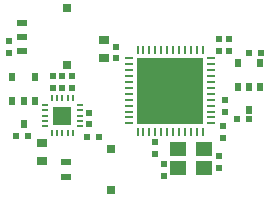
<source format=gbp>
G04 Layer_Color=128*
%FSLAX44Y44*%
%MOMM*%
G71*
G01*
G75*
%ADD10R,0.6000X0.5000*%
%ADD11R,0.5000X0.6000*%
%ADD12O,0.2000X0.6500*%
%ADD13O,0.6500X0.2000*%
%ADD29R,0.9000X0.7000*%
%ADD48R,0.8000X0.7000*%
%ADD49R,0.8500X0.6000*%
%ADD50R,1.4000X1.1500*%
%ADD51R,1.5500X1.5500*%
%ADD52O,0.2500X0.7000*%
%ADD53O,0.7000X0.2500*%
%ADD54R,5.6000X5.6000*%
%ADD55R,0.6000X0.7000*%
D10*
X88000Y-32800D02*
D03*
X98000D02*
D03*
X-29500Y-48100D02*
D03*
X-39500D02*
D03*
X-89300Y-46600D02*
D03*
X-99300D02*
D03*
X98000Y23800D02*
D03*
X108000D02*
D03*
D11*
X-60300Y-6000D02*
D03*
Y4000D02*
D03*
X-68300Y-6000D02*
D03*
Y4000D02*
D03*
X-52300Y-6000D02*
D03*
Y4000D02*
D03*
X77700Y-26500D02*
D03*
Y-16500D02*
D03*
X80900Y24900D02*
D03*
Y34900D02*
D03*
X-105000Y23800D02*
D03*
Y33800D02*
D03*
X72800Y24900D02*
D03*
Y34900D02*
D03*
X25600Y-80500D02*
D03*
Y-70500D02*
D03*
X72500Y-63600D02*
D03*
Y-73600D02*
D03*
X-14850Y28750D02*
D03*
Y18750D02*
D03*
X76100Y-48400D02*
D03*
Y-38400D02*
D03*
X-38000Y-27000D02*
D03*
Y-37000D02*
D03*
X18300Y-62100D02*
D03*
Y-52100D02*
D03*
D12*
X-69300Y-14950D02*
D03*
X-64800D02*
D03*
X-60300D02*
D03*
X-55800D02*
D03*
X-51300D02*
D03*
Y-44450D02*
D03*
X-55800D02*
D03*
X-60300D02*
D03*
X-64800D02*
D03*
X-69300D02*
D03*
D13*
X-45550Y-20700D02*
D03*
Y-25200D02*
D03*
Y-29700D02*
D03*
Y-34200D02*
D03*
Y-38700D02*
D03*
X-75050D02*
D03*
Y-34200D02*
D03*
Y-29700D02*
D03*
Y-25200D02*
D03*
Y-20700D02*
D03*
D29*
X-24900Y34200D02*
D03*
Y19200D02*
D03*
X-77200Y-53000D02*
D03*
Y-68000D02*
D03*
D48*
X-56100Y61200D02*
D03*
Y13200D02*
D03*
X-19125Y-92700D02*
D03*
Y-57700D02*
D03*
D49*
X-93975Y49200D02*
D03*
Y37200D02*
D03*
Y25200D02*
D03*
X-56875Y-69200D02*
D03*
Y-81200D02*
D03*
D50*
X59600Y-73600D02*
D03*
X37600D02*
D03*
Y-57600D02*
D03*
X59600Y-57600D02*
D03*
D51*
X-60300Y-29700D02*
D03*
D52*
X58500Y-43200D02*
D03*
X53500D02*
D03*
X48500D02*
D03*
X43500D02*
D03*
X38500D02*
D03*
X33500D02*
D03*
X28500D02*
D03*
X23500D02*
D03*
X18500D02*
D03*
X13500D02*
D03*
X8500D02*
D03*
X3500D02*
D03*
Y25800D02*
D03*
X8500D02*
D03*
X13500D02*
D03*
X18500D02*
D03*
X23500D02*
D03*
X28500D02*
D03*
X33500D02*
D03*
X38500D02*
D03*
X43500D02*
D03*
X48500D02*
D03*
X53500D02*
D03*
X58500D02*
D03*
D53*
X-3500Y-36200D02*
D03*
Y-31200D02*
D03*
Y-26200D02*
D03*
Y-21200D02*
D03*
Y-16200D02*
D03*
Y-11200D02*
D03*
Y-6200D02*
D03*
Y-1200D02*
D03*
Y3800D02*
D03*
Y8800D02*
D03*
Y13800D02*
D03*
Y18800D02*
D03*
X65500D02*
D03*
Y13800D02*
D03*
Y8800D02*
D03*
Y3800D02*
D03*
Y-1200D02*
D03*
Y-6200D02*
D03*
Y-11200D02*
D03*
Y-16200D02*
D03*
Y-21200D02*
D03*
Y-26200D02*
D03*
Y-31200D02*
D03*
Y-36200D02*
D03*
D54*
X31000Y-8700D02*
D03*
D55*
X-93000Y-17000D02*
D03*
X-83500Y3000D02*
D03*
X-102500D02*
D03*
X-93000Y-36900D02*
D03*
X-83500Y-16900D02*
D03*
X-102500D02*
D03*
X98000Y-5200D02*
D03*
X107500Y14800D02*
D03*
X88500D02*
D03*
X98000Y-25200D02*
D03*
X107500Y-5200D02*
D03*
X88500D02*
D03*
M02*

</source>
